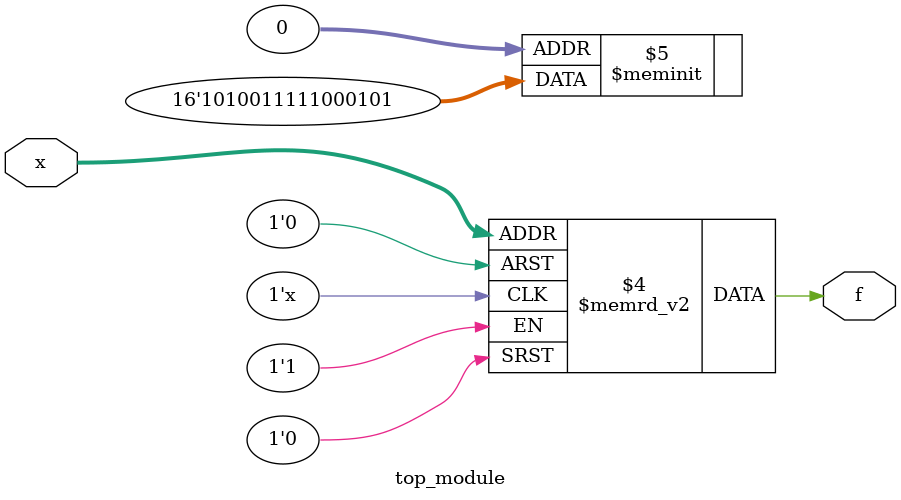
<source format=sv>
module top_module (
    input [4:1] x,
    output logic f
);

always_comb begin
    case ({x[4:3], x[2:1]})
        4'b0000: f = 1'b1;
        4'b0001: f = 1'b0;
        4'b0010: f = 1'b1;
        4'b0011: f = 1'b0;
        4'b0100: f = 1'b0;
        4'b0101: f = 1'b0;
        4'b0110: f = 1'b1;
        4'b0111: f = 1'b1;
        4'b1000: f = 1'b1;
        4'b1001: f = 1'b1;
        4'b1010: f = 1'b1;
        4'b1011: f = 1'b0;
        4'b1100: f = 1'b0;
        4'b1101: f = 1'b1;
        4'b1110: f = 1'b0;
        4'b1111: f = 1'b1;
        default: f = 1'b0;
    endcase
end

endmodule

</source>
